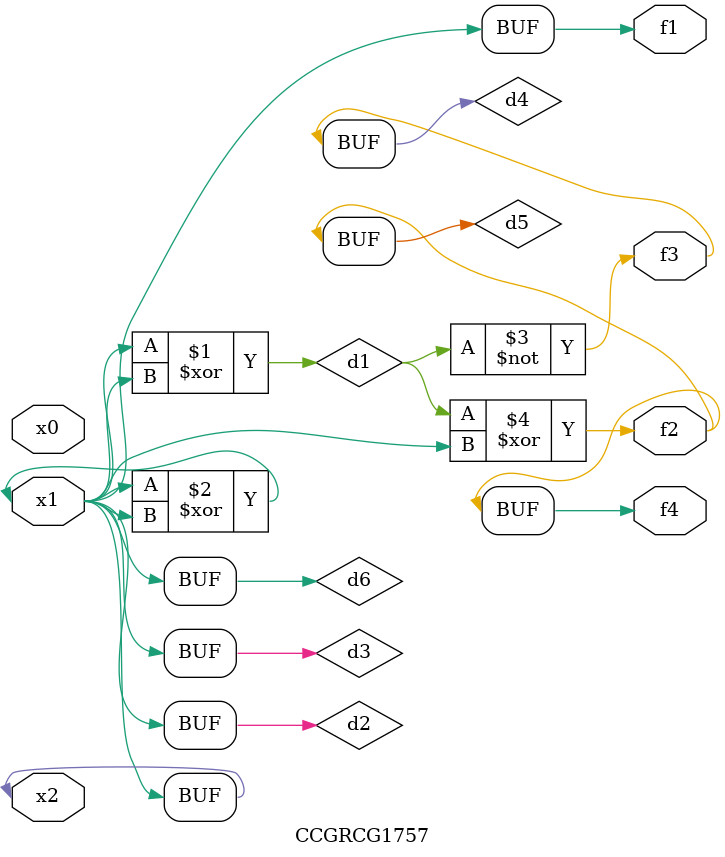
<source format=v>
module CCGRCG1757(
	input x0, x1, x2,
	output f1, f2, f3, f4
);

	wire d1, d2, d3, d4, d5, d6;

	xor (d1, x1, x2);
	buf (d2, x1, x2);
	xor (d3, x1, x2);
	nor (d4, d1);
	xor (d5, d1, d2);
	buf (d6, d2, d3);
	assign f1 = d6;
	assign f2 = d5;
	assign f3 = d4;
	assign f4 = d5;
endmodule

</source>
